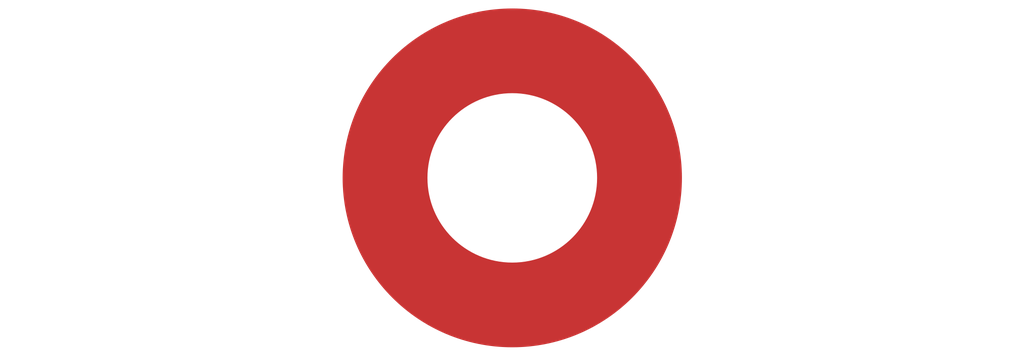
<source format=kicad_pcb>
(kicad_pcb (version 20240108) (generator pcbnew)
  (layers (0 "F.Cu" signal) (31 "B.Cu" signal) (34 "B.Paste" user) (35 "F.Paste" user) (36 "B.SilkS" user "B.Silkscreen") (37 "F.SilkS" user "F.Silkscreen") (38 "B.Mask" user) (39 "F.Mask" user) (44 "Edge.Cuts" user))
  (net 0 "")
  (footprint "MountingHole_5.5mm_Pad_TopOnly" (layer "F.Cu") (at 0 0)
    (property "Reference" "REF**")
    (property "Value" "MountingHole_5.5mm_Pad_TopOnly")
    (pad "1" thru_hole circle (at 0 0) (size 5.9 5.9) (drill 5.5) (layers *.Cu *.Mask) (remove_unused_layers))
    (pad "1" connect circle (at 0 0) (size 11 11) (layers "F.Cu" "F.Mask"))
  )
)
</source>
